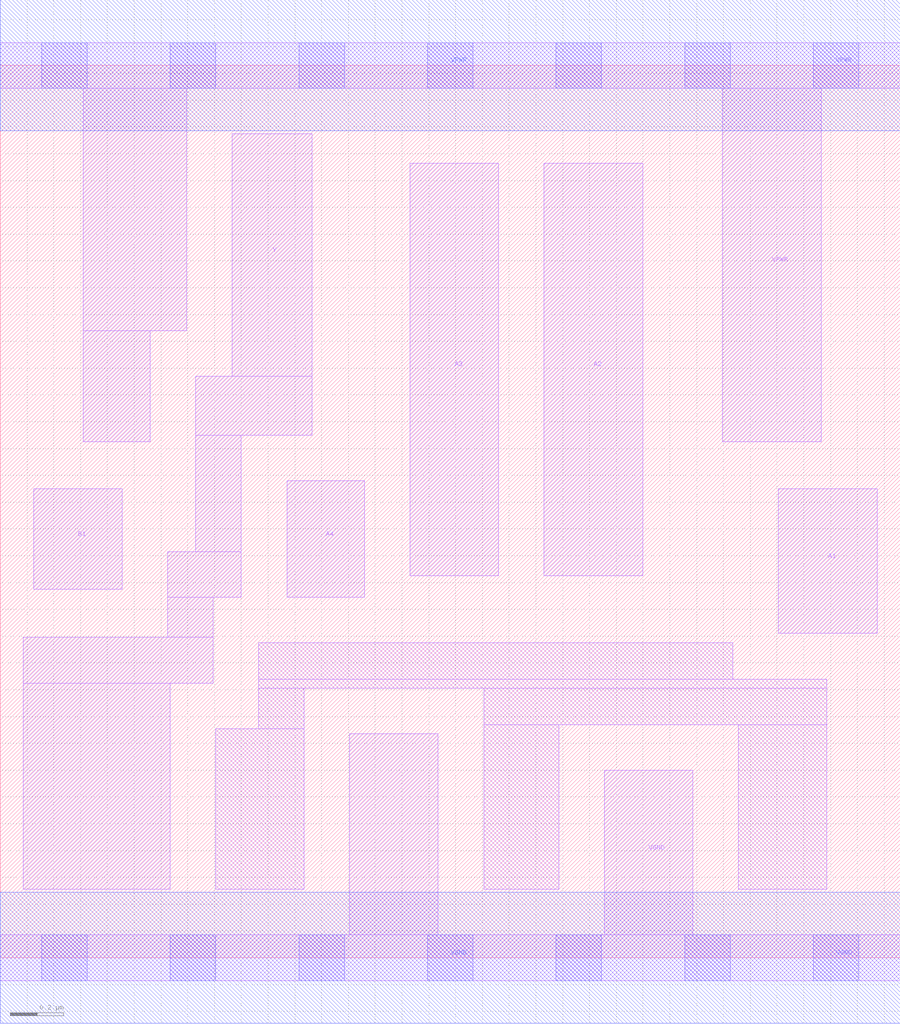
<source format=lef>
# Copyright 2020 The SkyWater PDK Authors
#
# Licensed under the Apache License, Version 2.0 (the "License");
# you may not use this file except in compliance with the License.
# You may obtain a copy of the License at
#
#     https://www.apache.org/licenses/LICENSE-2.0
#
# Unless required by applicable law or agreed to in writing, software
# distributed under the License is distributed on an "AS IS" BASIS,
# WITHOUT WARRANTIES OR CONDITIONS OF ANY KIND, either express or implied.
# See the License for the specific language governing permissions and
# limitations under the License.
#
# SPDX-License-Identifier: Apache-2.0

VERSION 5.7 ;
  NAMESCASESENSITIVE ON ;
  NOWIREEXTENSIONATPIN ON ;
  DIVIDERCHAR "/" ;
  BUSBITCHARS "[]" ;
UNITS
  DATABASE MICRONS 200 ;
END UNITS
MACRO sky130_fd_sc_lp__o41ai_1
  CLASS CORE ;
  SOURCE USER ;
  FOREIGN sky130_fd_sc_lp__o41ai_1 ;
  ORIGIN  0.000000  0.000000 ;
  SIZE  3.360000 BY  3.330000 ;
  SYMMETRY X Y R90 ;
  SITE unit ;
  PIN A1
    ANTENNAGATEAREA  0.315000 ;
    DIRECTION INPUT ;
    USE SIGNAL ;
    PORT
      LAYER li1 ;
        RECT 2.905000 1.210000 3.275000 1.750000 ;
    END
  END A1
  PIN A2
    ANTENNAGATEAREA  0.315000 ;
    DIRECTION INPUT ;
    USE SIGNAL ;
    PORT
      LAYER li1 ;
        RECT 2.030000 1.425000 2.400000 2.965000 ;
    END
  END A2
  PIN A3
    ANTENNAGATEAREA  0.315000 ;
    DIRECTION INPUT ;
    USE SIGNAL ;
    PORT
      LAYER li1 ;
        RECT 1.530000 1.425000 1.860000 2.965000 ;
    END
  END A3
  PIN A4
    ANTENNAGATEAREA  0.315000 ;
    DIRECTION INPUT ;
    USE SIGNAL ;
    PORT
      LAYER li1 ;
        RECT 1.070000 1.345000 1.360000 1.780000 ;
    END
  END A4
  PIN B1
    ANTENNAGATEAREA  0.315000 ;
    DIRECTION INPUT ;
    USE SIGNAL ;
    PORT
      LAYER li1 ;
        RECT 0.125000 1.375000 0.455000 1.750000 ;
    END
  END B1
  PIN Y
    ANTENNADIFFAREA  0.714000 ;
    DIRECTION OUTPUT ;
    USE SIGNAL ;
    PORT
      LAYER li1 ;
        RECT 0.085000 0.255000 0.635000 1.025000 ;
        RECT 0.085000 1.025000 0.795000 1.195000 ;
        RECT 0.625000 1.195000 0.795000 1.345000 ;
        RECT 0.625000 1.345000 0.900000 1.515000 ;
        RECT 0.730000 1.515000 0.900000 1.950000 ;
        RECT 0.730000 1.950000 1.165000 2.170000 ;
        RECT 0.865000 2.170000 1.165000 3.075000 ;
    END
  END Y
  PIN VGND
    DIRECTION INOUT ;
    USE GROUND ;
    PORT
      LAYER li1 ;
        RECT 0.000000 -0.085000 3.360000 0.085000 ;
        RECT 1.305000  0.085000 1.635000 0.835000 ;
        RECT 2.255000  0.085000 2.585000 0.700000 ;
      LAYER mcon ;
        RECT 0.155000 -0.085000 0.325000 0.085000 ;
        RECT 0.635000 -0.085000 0.805000 0.085000 ;
        RECT 1.115000 -0.085000 1.285000 0.085000 ;
        RECT 1.595000 -0.085000 1.765000 0.085000 ;
        RECT 2.075000 -0.085000 2.245000 0.085000 ;
        RECT 2.555000 -0.085000 2.725000 0.085000 ;
        RECT 3.035000 -0.085000 3.205000 0.085000 ;
      LAYER met1 ;
        RECT 0.000000 -0.245000 3.360000 0.245000 ;
    END
  END VGND
  PIN VPWR
    DIRECTION INOUT ;
    USE POWER ;
    PORT
      LAYER li1 ;
        RECT 0.000000 3.245000 3.360000 3.415000 ;
        RECT 0.310000 1.925000 0.560000 2.340000 ;
        RECT 0.310000 2.340000 0.695000 3.245000 ;
        RECT 2.695000 1.925000 3.065000 3.245000 ;
      LAYER mcon ;
        RECT 0.155000 3.245000 0.325000 3.415000 ;
        RECT 0.635000 3.245000 0.805000 3.415000 ;
        RECT 1.115000 3.245000 1.285000 3.415000 ;
        RECT 1.595000 3.245000 1.765000 3.415000 ;
        RECT 2.075000 3.245000 2.245000 3.415000 ;
        RECT 2.555000 3.245000 2.725000 3.415000 ;
        RECT 3.035000 3.245000 3.205000 3.415000 ;
      LAYER met1 ;
        RECT 0.000000 3.085000 3.360000 3.575000 ;
    END
  END VPWR
  OBS
    LAYER li1 ;
      RECT 0.805000 0.255000 1.135000 0.855000 ;
      RECT 0.965000 0.855000 1.135000 1.005000 ;
      RECT 0.965000 1.005000 3.085000 1.040000 ;
      RECT 0.965000 1.040000 2.735000 1.175000 ;
      RECT 1.805000 0.255000 2.085000 0.870000 ;
      RECT 1.805000 0.870000 3.085000 1.005000 ;
      RECT 2.755000 0.255000 3.085000 0.870000 ;
  END
END sky130_fd_sc_lp__o41ai_1

</source>
